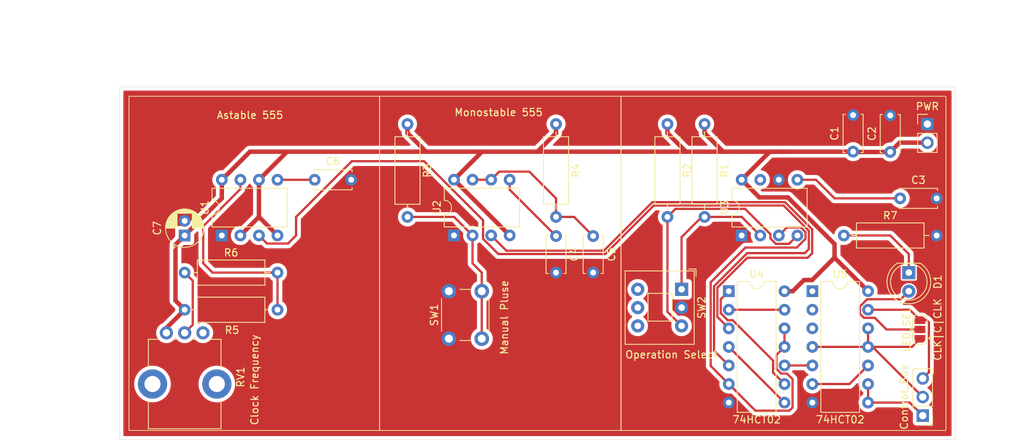
<source format=kicad_pcb>
(kicad_pcb (version 20240108) (generator "pcbnew") (generator_version "8.0")
  (layers (0 "F.Cu" signal) (31 "B.Cu" signal) (34 "B.Paste" user) (35 "F.Paste" user) (36 "B.SilkS" user "B.Silkscreen") (37 "F.SilkS" user "F.Silkscreen") (38 "B.Mask" user) (39 "F.Mask" user) (44 "Edge.Cuts" user))
  (net 0 "")
  (net 1 "GND")
  (net 2 "Net-(U2-CV)")
  (net 3 "VCC")
  (net 4 "Net-(U1-CV)")
  (net 5 "Net-(U1-DIS)")
  (net 6 "Net-(U3-CV)")
  (net 7 "Net-(D1-K)")
  (net 8 "/~{CLK}")
  (net 9 "Net-(U2-DIS)")
  (net 10 "Net-(SW2-A)")
  (net 11 "Net-(SW2-C)")
  (net 13 "Net-(U1-Q)")
  (net 14 "Net-(U2-Q)")
  (net 16 "Net-(U3-Q)")
  (net 17 "/CLK")
  (net 18 "/HLT")
  (net 19 "Net-(U4-Pad13)")
  (net 20 "Net-(U2-TR)")
  (net 21 "Net-(R6-Pad1)")
  (net 22 "Net-(U5-Pad10)")
  (net 23 "Net-(U4-Pad10)")
  (net 24 "Net-(U4-Pad1)")
  (net 25 "Net-(U4-Pad4)")
  (net 26 "LED_SEL")
  (footprint "LED_THT:LED_D5.0mm" (layer "F.Cu") (at 195.58 76.2 -90)
    (property "Reference" "D1" (at 1.27 -3.96 90) (layer "F.SilkS"))
    (property "Value" "LED")
    (pad "1" thru_hole rect (at 0 0 270) (size 1.8 1.8) (drill 0.9) (layers "*.Cu" "*.Mask") (net 7 "Net-(D1-K)"))
    (pad "2" thru_hole circle (at 2.54 0 270) (size 1.8 1.8) (drill 0.9) (layers "*.Cu" "*.Mask") (net 26 "LED_SEL"))
  )
  (footprint "Resistor_THT:R_Axial_DIN0309_L9.0mm_D3.2mm_P12.70mm_Horizontal" (layer "F.Cu") (at 96.52 76.2)
    (property "Reference" "R6" (at 6.35 -2.72 0) (layer "F.SilkS"))
    (property "Value" "1K")
    (pad "1" thru_hole circle (at 0 0) (size 1.6 1.6) (drill 0.8) (layers "*.Cu" "*.Mask") (net 21 "Net-(R6-Pad1)"))
    (pad "2" thru_hole oval (at 12.7 0) (size 1.6 1.6) (drill 0.8) (layers "*.Cu" "*.Mask") (net 5 "Net-(U1-DIS)"))
  )
  (footprint "Package_DIP:DIP-8_W7.62mm" (layer "F.Cu") (at 172.72 71.12 90)
    (property "Reference" "U3" (at 3.81 -2.33 90) (layer "F.SilkS"))
    (property "Value" "SA555P")
    (pad "1" thru_hole rect (at 0 0 90) (size 1.6 1.6) (drill 0.8) (layers "*.Cu" "*.Mask") (net 1 "GND"))
    (pad "2" thru_hole oval (at 0 2.54 90) (size 1.6 1.6) (drill 0.8) (layers "*.Cu" "*.Mask") (net 10 "Net-(SW2-A)"))
    (pad "3" thru_hole oval (at 0 5.08 90) (size 1.6 1.6) (drill 0.8) (layers "*.Cu" "*.Mask") (net 16 "Net-(U3-Q)"))
    (pad "4" thru_hole oval (at 0 7.62 90) (size 1.6 1.6) (drill 0.8) (layers "*.Cu" "*.Mask") (net 11 "Net-(SW2-C)"))
    (pad "5" thru_hole oval (at 7.62 7.62 90) (size 1.6 1.6) (drill 0.8) (layers "*.Cu" "*.Mask") (net 6 "Net-(U3-CV)"))
    (pad "6" thru_hole oval (at 7.62 5.08 90) (size 1.6 1.6) (drill 0.8) (layers "*.Cu" "*.Mask") (net 1 "GND"))
    (pad "7" thru_hole oval (at 7.62 2.54 90) (size 1.6 1.6) (drill 0.8) (layers "*.Cu" "*.Mask"))
    (pad "8" thru_hole oval (at 7.62 0 90) (size 1.6 1.6) (drill 0.8) (layers "*.Cu" "*.Mask") (net 3 "VCC"))
  )
  (footprint "Capacitor_THT:C_Disc_D5.0mm_W2.5mm_P5.00mm" (layer "F.Cu") (at 147.32 71.2 -90)
    (property "Reference" "C4" (at 2.5 -2.5 90) (layer "F.SilkS"))
    (property "Value" "0.01uF")
    (pad "1" thru_hole circle (at 0 0 270) (size 1.6 1.6) (drill 0.8) (layers "*.Cu" "*.Mask") (net 2 "Net-(U2-CV)"))
    (pad "2" thru_hole circle (at 5 0 270) (size 1.6 1.6) (drill 0.8) (layers "*.Cu" "*.Mask") (net 1 "GND"))
  )
  (footprint "Connector_PinHeader_2.54mm:PinHeader_1x02_P2.54mm_Vertical" (layer "F.Cu") (at 198.12 55.88)
    (property "Reference" "PWR" (at 0 -2.413 0) (layer "F.SilkS"))
    (property "Value" "PinHeader_1x02_P2.54mm_Vertical")
    (pad "1" thru_hole rect (at 0 0) (size 1.7 1.7) (drill 1) (layers "*.Cu" "*.Mask") (net 1 "GND"))
    (pad "2" thru_hole oval (at 0 2.54) (size 1.7 1.7) (drill 1) (layers "*.Cu" "*.Mask") (net 3 "VCC"))
  )
  (footprint "Package_DIP:DIP-8_W7.62mm" (layer "F.Cu") (at 133.36 71.11 90)
    (property "Reference" "U2" (at 3.81 -2.33 90) (layer "F.SilkS"))
    (property "Value" "SA555P")
    (pad "1" thru_hole rect (at 0 0 90) (size 1.6 1.6) (drill 0.8) (layers "*.Cu" "*.Mask") (net 1 "GND"))
    (pad "2" thru_hole oval (at 0 2.54 90) (size 1.6 1.6) (drill 0.8) (layers "*.Cu" "*.Mask") (net 20 "Net-(U2-TR)"))
    (pad "3" thru_hole oval (at 0 5.08 90) (size 1.6 1.6) (drill 0.8) (layers "*.Cu" "*.Mask") (net 14 "Net-(U2-Q)"))
    (pad "4" thru_hole oval (at 0 7.62 90) (size 1.6 1.6) (drill 0.8) (layers "*.Cu" "*.Mask") (net 3 "VCC"))
    (pad "5" thru_hole oval (at 7.62 7.62 90) (size 1.6 1.6) (drill 0.8) (layers "*.Cu" "*.Mask") (net 2 "Net-(U2-CV)"))
    (pad "6" thru_hole oval (at 7.62 5.08 90) (size 1.6 1.6) (drill 0.8) (layers "*.Cu" "*.Mask") (net 9 "Net-(U2-DIS)"))
    (pad "7" thru_hole oval (at 7.62 2.54 90) (size 1.6 1.6) (drill 0.8) (layers "*.Cu" "*.Mask") (net 9 "Net-(U2-DIS)"))
    (pad "8" thru_hole oval (at 7.62 0 90) (size 1.6 1.6) (drill 0.8) (layers "*.Cu" "*.Mask") (net 3 "VCC"))
  )
  (footprint "Resistor_THT:R_Axial_DIN0309_L9.0mm_D3.2mm_P12.70mm_Horizontal" (layer "F.Cu") (at 186.69 71.12)
    (property "Reference" "R7" (at 6.35 -2.72 0) (layer "F.SilkS"))
    (property "Value" "1K")
    (pad "1" thru_hole circle (at 0 0) (size 1.6 1.6) (drill 0.8) (layers "*.Cu" "*.Mask") (net 7 "Net-(D1-K)"))
    (pad "2" thru_hole oval (at 12.7 0) (size 1.6 1.6) (drill 0.8) (layers "*.Cu" "*.Mask") (net 1 "GND"))
  )
  (footprint "Resistor_THT:R_Axial_DIN0309_L9.0mm_D3.2mm_P12.70mm_Horizontal" (layer "F.Cu") (at 162.56 55.88 -90)
    (property "Reference" "R2" (at 6.35 -2.72 90) (layer "F.SilkS"))
    (property "Value" "1K")
    (pad "1" thru_hole circle (at 0 0 270) (size 1.6 1.6) (drill 0.8) (layers "*.Cu" "*.Mask") (net 3 "VCC"))
    (pad "2" thru_hole oval (at 12.7 0 270) (size 1.6 1.6) (drill 0.8) (layers "*.Cu" "*.Mask") (net 11 "Net-(SW2-C)"))
  )
  (footprint "Package_DIP:DIP-14_W7.62mm" (layer "F.Cu") (at 182.385 78.74)
    (property "Reference" "U5" (at 3.81 -2.33 0) (layer "F.SilkS"))
    (property "Value" "74HCT02" (at 3.81 17.57 0) (layer "F.SilkS"))
    (pad "1" thru_hole rect (at 0 0) (size 1.6 1.6) (drill 0.8) (layers "*.Cu" "*.Mask"))
    (pad "2" thru_hole oval (at 0 2.54) (size 1.6 1.6) (drill 0.8) (layers "*.Cu" "*.Mask"))
    (pad "3" thru_hole oval (at 0 5.08) (size 1.6 1.6) (drill 0.8) (layers "*.Cu" "*.Mask"))
    (pad "4" thru_hole oval (at 0 7.62) (size 1.6 1.6) (drill 0.8) (layers "*.Cu" "*.Mask") (net 8 "/~{CLK}"))
    (pad "5" thru_hole oval (at 0 10.16) (size 1.6 1.6) (drill 0.8) (layers "*.Cu" "*.Mask") (net 23 "Net-(U4-Pad10)"))
    (pad "6" thru_hole oval (at 0 12.7) (size 1.6 1.6) (drill 0.8) (layers "*.Cu" "*.Mask") (net 22 "Net-(U5-Pad10)"))
    (pad "7" thru_hole oval (at 0 15.24) (size 1.6 1.6) (drill 0.8) (layers "*.Cu" "*.Mask") (net 1 "GND"))
    (pad "8" thru_hole oval (at 7.62 15.24) (size 1.6 1.6) (drill 0.8) (layers "*.Cu" "*.Mask") (net 18 "/HLT"))
    (pad "9" thru_hole oval (at 7.62 12.7) (size 1.6 1.6) (drill 0.8) (layers "*.Cu" "*.Mask") (net 18 "/HLT"))
    (pad "10" thru_hole oval (at 7.62 10.16) (size 1.6 1.6) (drill 0.8) (layers "*.Cu" "*.Mask") (net 22 "Net-(U5-Pad10)"))
    (pad "11" thru_hole oval (at 7.62 7.62) (size 1.6 1.6) (drill 0.8) (layers "*.Cu" "*.Mask") (net 8 "/~{CLK}"))
    (pad "12" thru_hole oval (at 7.62 5.08) (size 1.6 1.6) (drill 0.8) (layers "*.Cu" "*.Mask") (net 8 "/~{CLK}"))
    (pad "13" thru_hole oval (at 7.62 2.54) (size 1.6 1.6) (drill 0.8) (layers "*.Cu" "*.Mask") (net 17 "/CLK"))
    (pad "14" thru_hole oval (at 7.62 0) (size 1.6 1.6) (drill 0.8) (layers "*.Cu" "*.Mask") (net 3 "VCC"))
  )
  (footprint "Capacitor_THT:C_Disc_D5.0mm_W2.5mm_P5.00mm" (layer "F.Cu") (at 193.04 59.695 90)
    (property "Reference" "C2" (at 2.5 -2.5 90) (layer "F.SilkS"))
    (property "Value" "0.1uF")
    (pad "1" thru_hole circle (at 0 0 90) (size 1.6 1.6) (drill 0.8) (layers "*.Cu" "*.Mask") (net 3 "VCC"))
    (pad "2" thru_hole circle (at 5 0 90) (size 1.6 1.6) (drill 0.8) (layers "*.Cu" "*.Mask") (net 1 "GND"))
  )
  (footprint "Capacitor_THT:C_Disc_D5.0mm_W2.5mm_P5.00mm" (layer "F.Cu") (at 187.96 54.655 -90)
    (property "Reference" "C1" (at 2.5 2.54 90) (layer "F.SilkS"))
    (property "Value" "0.1uF")
    (pad "1" thru_hole circle (at 0 0 270) (size 1.6 1.6) (drill 0.8) (layers "*.Cu" "*.Mask") (net 1 "GND"))
    (pad "2" thru_hole circle (at 5 0 270) (size 1.6 1.6) (drill 0.8) (layers "*.Cu" "*.Mask") (net 3 "VCC"))
  )
  (footprint "Button_Switch_THT:SW_PUSH_6mm_H4.3mm" (layer "F.Cu") (at 132.66 85.24 90)
    (property "Reference" "SW1" (at 3.25 -2 90) (layer "F.SilkS"))
    (property "Value" "SW_Push")
    (pad "1" thru_hole circle (at 0 0 180) (size 2 2) (drill 1.1) (layers "*.Cu" "*.Mask") (net 1 "GND"))
    (pad "1" thru_hole circle (at 6.5 0 180) (size 2 2) (drill 1.1) (layers "*.Cu" "*.Mask") (net 1 "GND"))
    (pad "2" thru_hole circle (at 0 4.5 180) (size 2 2) (drill 1.1) (layers "*.Cu" "*.Mask") (net 20 "Net-(U2-TR)"))
    (pad "2" thru_hole circle (at 6.5 4.5 180) (size 2 2) (drill 1.1) (layers "*.Cu" "*.Mask") (net 20 "Net-(U2-TR)"))
  )
  (footprint "Resistor_THT:R_Axial_DIN0309_L9.0mm_D3.2mm_P12.70mm_Horizontal" (layer "F.Cu") (at 147.32 55.88 -90)
    (property "Reference" "R4" (at 6.35 -2.72 90) (layer "F.SilkS"))
    (property "Value" "1K")
    (pad "1" thru_hole circle (at 0 0 270) (size 1.6 1.6) (drill 0.8) (layers "*.Cu" "*.Mask") (net 3 "VCC"))
    (pad "2" thru_hole oval (at 12.7 0 270) (size 1.6 1.6) (drill 0.8) (layers "*.Cu" "*.Mask") (net 9 "Net-(U2-DIS)"))
  )
  (footprint "Potentiometer_THT:Potentiometer_Bourns_PTV09A-1_Single_Vertical" (layer "F.Cu") (at 94.02 84.44 -90)
    (property "Reference" "RV1" (at 6.05 -10.15 90) (layer "F.SilkS"))
    (property "Value" "R_Potentiometer")
    (pad "" np_thru_hole circle (at 7 -6.9 270) (size 4 4) (drill 2.2) (layers "*.Cu" "*.Mask"))
    (pad "" np_thru_hole circle (at 7 1.9 270) (size 4 4) (drill 2.2) (layers "*.Cu" "*.Mask"))
    (pad "1" thru_hole circle (at 0 0 270) (size 1.8 1.8) (drill 1) (layers "*.Cu" "*.Mask") (net 3 "VCC"))
    (pad "2" thru_hole circle (at 0 -2.5 270) (size 1.8 1.8) (drill 1) (layers "*.Cu" "*.Mask") (net 21 "Net-(R6-Pad1)"))
    (pad "3" thru_hole circle (at 0 -5 270) (size 1.8 1.8) (drill 1) (layers "*.Cu" "*.Mask"))
  )
  (footprint "Jumper:SolderJumper-3_P1.3mm_Open_RoundedPad1.0x1.5mm" (layer "F.Cu") (at 197.104 83.977 90)
    (property "Reference" "LED_SEL" (at 0 -1.8 90) (layer "F.SilkS"))
    (property "Value" "~{CLK}|C|CLK" (at 0 2.413 90) (layer "F.SilkS"))
    (pad "1" smd custom (at -1.3 0 90) (size 1 0.5) (layers "F.Cu" "F.Mask") (net 8 "/~{CLK}") (options (clearance outline) (anchor rect)) (primitives (gr_circle (center 0 0.25) (end 0.5 0.25) (width 0) (fill yes)) (gr_circle (center 0 -0.25) (end 0.5 -0.25) (width 0) (fill yes)) (gr_poly (pts (xy 0.55 0.75) (xy 0 0.75) (xy 0 -0.75) (xy 0.55 -0.75)) (width 0) (fill yes))))
    (pad "2" smd rect (at 0 0 90) (size 1 1.5) (layers "F.Cu" "F.Mask") (net 26 "LED_SEL"))
    (pad "3" smd custom (at 1.3 0 90) (size 1 0.5) (layers "F.Cu" "F.Mask") (net 17 "/CLK") (options (clearance outline) (anchor rect)) (primitives (gr_circle (center 0 0.25) (end 0.5 0.25) (width 0) (fill yes)) (gr_circle (center 0 -0.25) (end 0.5 -0.25) (width 0) (fill yes)) (gr_poly (pts (xy 0 0.75) (xy -0.55 0.75) (xy -0.55 -0.75) (xy 0 -0.75)) (width 0) (fill yes))))
  )
  (footprint "Connector_PinHeader_2.54mm:PinHeader_1x03_P2.54mm_Vertical" (layer "F.Cu") (at 197.485 95.758 180)
    (property "Reference" "Control_Bus" (at 2.54 2.54 90) (layer "F.SilkS"))
    (property "Value" "PinHeader_1x03_P2.54mm_Vertical")
    (pad "1" thru_hole rect (at 0 0 180) (size 1.7 1.7) (drill 1) (layers "*.Cu" "*.Mask") (net 18 "/HLT"))
    (pad "2" thru_hole oval (at 0 2.54 180) (size 1.7 1.7) (drill 1) (layers "*.Cu" "*.Mask") (net 8 "/~{CLK}"))
    (pad "3" thru_hole oval (at 0 5.08 180) (size 1.7 1.7) (drill 1) (layers "*.Cu" "*.Mask") (net 17 "/CLK"))
  )
  (footprint "Package_DIP:DIP-14_W7.62mm" (layer "F.Cu") (at 170.955 78.74)
    (property "Reference" "U4" (at 3.81 -2.33 0) (layer "F.SilkS"))
    (property "Value" "74HCT02" (at 3.81 17.57 0) (layer "F.SilkS"))
    (pad "1" thru_hole rect (at 0 0) (size 1.6 1.6) (drill 0.8) (layers "*.Cu" "*.Mask") (net 24 "Net-(U4-Pad1)"))
    (pad "2" thru_hole oval (at 0 2.54) (size 1.6 1.6) (drill 0.8) (layers "*.Cu" "*.Mask") (net 19 "Net-(U4-Pad13)"))
    (pad "3" thru_hole oval (at 0 5.08) (size 1.6 1.6) (drill 0.8) (layers "*.Cu" "*.Mask") (net 14 "Net-(U2-Q)"))
    (pad "4" thru_hole oval (at 0 7.62) (size 1.6 1.6) (drill 0.8) (layers "*.Cu" "*.Mask") (net 25 "Net-(U4-Pad4)"))
    (pad "5" thru_hole oval (at 0 10.16) (size 1.6 1.6) (drill 0.8) (layers "*.Cu" "*.Mask") (net 13 "Net-(U1-Q)"))
    (pad "6" thru_hole oval (at 0 12.7) (size 1.6 1.6) (drill 0.8) (layers "*.Cu" "*.Mask") (net 16 "Net-(U3-Q)"))
    (pad "7" thru_hole oval (at 0 15.24) (size 1.6 1.6) (drill 0.8) (layers "*.Cu" "*.Mask") (net 1 "GND"))
    (pad "8" thru_hole oval (at 7.62 15.24) (size 1.6 1.6) (drill 0.8) (layers "*.Cu" "*.Mask") (net 25 "Net-(U4-Pad4)"))
    (pad "9" thru_hole oval (at 7.62 12.7) (size 1.6 1.6) (drill 0.8) (layers "*.Cu" "*.Mask") (net 24 "Net-(U4-Pad1)"))
    (pad "10" thru_hole oval (at 7.62 10.16) (size 1.6 1.6) (drill 0.8) (layers "*.Cu" "*.Mask") (net 23 "Net-(U4-Pad10)"))
    (pad "11" thru_hole oval (at 7.62 7.62) (size 1.6 1.6) (drill 0.8) (layers "*.Cu" "*.Mask") (net 16 "Net-(U3-Q)"))
    (pad "12" thru_hole oval (at 7.62 5.08) (size 1.6 1.6) (drill 0.8) (layers "*.Cu" "*.Mask") (net 16 "Net-(U3-Q)"))
    (pad "13" thru_hole oval (at 7.62 2.54) (size 1.6 1.6) (drill 0.8) (layers "*.Cu" "*.Mask") (net 19 "Net-(U4-Pad13)"))
    (pad "14" thru_hole oval (at 7.62 0) (size 1.6 1.6) (drill 0.8) (layers "*.Cu" "*.Mask") (net 3 "VCC"))
  )
  (footprint "Capacitor_THT:C_Disc_D5.0mm_W2.5mm_P5.00mm" (layer "F.Cu") (at 194.39 66.04)
    (property "Reference" "C3" (at 2.5 -2.5 0) (layer "F.SilkS"))
    (property "Value" "0.01uF")
    (pad "1" thru_hole circle (at 0 0) (size 1.6 1.6) (drill 0.8) (layers "*.Cu" "*.Mask") (net 6 "Net-(U3-CV)"))
    (pad "2" thru_hole circle (at 5 0) (size 1.6 1.6) (drill 0.8) (layers "*.Cu" "*.Mask") (net 1 "GND"))
  )
  (footprint "Capacitor_THT:C_Disc_D5.0mm_W2.5mm_P5.00mm" (layer "F.Cu") (at 114.3 63.5)
    (property "Reference" "C6" (at 2.5 -2.5 0) (layer "F.SilkS"))
    (property "Value" "0.01uF")
    (pad "1" thru_hole circle (at 0 0) (size 1.6 1.6) (drill 0.8) (layers "*.Cu" "*.Mask") (net 4 "Net-(U1-CV)"))
    (pad "2" thru_hole circle (at 5 0) (size 1.6 1.6) (drill 0.8) (layers "*.Cu" "*.Mask") (net 1 "GND"))
  )
  (footprint "Resistor_THT:R_Axial_DIN0309_L9.0mm_D3.2mm_P12.70mm_Horizontal" (layer "F.Cu") (at 96.52 81.28)
    (property "Reference" "R5" (at 6.477 2.794 0) (layer "F.SilkS"))
    (property "Value" "1K")
    (pad "1" thru_hole circle (at 0 0) (size 1.6 1.6) (drill 0.8) (layers "*.Cu" "*.Mask") (net 3 "VCC"))
    (pad "2" thru_hole oval (at 12.7 0) (size 1.6 1.6) (drill 0.8) (layers "*.Cu" "*.Mask") (net 5 "Net-(U1-DIS)"))
  )
  (footprint "Resistor_THT:R_Axial_DIN0309_L9.0mm_D3.2mm_P12.70mm_Horizontal" (layer "F.Cu") (at 127 55.88 -90)
    (property "Reference" "R3" (at 6.35 -2.72 90) (layer "F.SilkS"))
    (property "Value" "1K")
    (pad "1" thru_hole circle (at 0 0 270) (size 1.6 1.6) (drill 0.8) (layers "*.Cu" "*.Mask") (net 3 "VCC"))
    (pad "2" thru_hole oval (at 12.7 0 270) (size 1.6 1.6) (drill 0.8) (layers "*.Cu" "*.Mask") (net 20 "Net-(U2-TR)"))
  )
  (footprint "Capacitor_THT:CP_Radial_D5.0mm_P2.00mm" (layer "F.Cu") (at 96.52 71.12 90)
    (property "Reference" "C7" (at 1 -3.75 90) (layer "F.SilkS"))
    (property "Value" "1uF")
    (pad "1" thru_hole rect (at 0 0 90) (size 1.6 1.6) (drill 0.8) (layers "*.Cu" "*.Mask") (net 3 "VCC"))
    (pad "2" thru_hole circle (at 2 0 90) (size 1.6 1.6) (drill 0.8) (layers "*.Cu" "*.Mask") (net 1 "GND"))
  )
  (footprint "Capacitor_THT:C_Disc_D5.0mm_W2.5mm_P5.00mm" (layer "F.Cu") (at 152.4 71.2 -90)
    (property "Reference" "C5" (at 2.5 -2.5 90) (layer "F.SilkS"))
    (property "Value" "0.01uF")
    (pad "1" thru_hole circle (at 0 0 270) (size 1.6 1.6) (drill 0.8) (layers "*.Cu" "*.Mask") (net 9 "Net-(U2-DIS)"))
    (pad "2" thru_hole circle (at 5 0 270) (size 1.6 1.6) (drill 0.8) (layers "*.Cu" "*.Mask") (net 1 "GND"))
  )
  (footprint "Package_DIP:DIP-8_W7.62mm" (layer "F.Cu") (at 101.6 71.12 90)
    (property "Reference" "U1" (at 3.81 -2.33 90) (layer "F.SilkS"))
    (property "Value" "SA555P")
    (pad "1" thru_hole rect (at 0 0 90) (size 1.6 1.6) (drill 0.8) (layers "*.Cu" "*.Mask") (net 1 "GND"))
    (pad "2" thru_hole oval (at 0 2.54 90) (size 1.6 1.6) (drill 0.8) (layers "*.Cu" "*.Mask") (net 3 "VCC"))
    (pad "3" thru_hole oval (at 0 5.08 90) (size 1.6 1.6) (drill 0.8) (layers "*.Cu" "*.Mask") (net 13 "Net-(U1-Q)"))
    (pad "4" thru_hole oval (at 0 7.62 90) (size 1.6 1.6) (drill 0.8) (layers "*.Cu" "*.Mask") (net 3 "VCC"))
    (pad "5" thru_hole oval (at 7.62 7.62 90) (size 1.6 1.6) (drill 0.8) (layers "*.Cu" "*.Mask") (net 4 "Net-(U1-CV)"))
    (pad "6" thru_hole oval (at 7.62 5.08 90) (size 1.6 1.6) (drill 0.8) (layers "*.Cu" "*.Mask") (net 3 "VCC"))
    (pad "7" thru_hole oval (at 7.62 2.54 90) (size 1.6 1.6) (drill 0.8) (layers "*.Cu" "*.Mask") (net 5 "Net-(U1-DIS)"))
    (pad "8" thru_hole oval (at 7.62 0 90) (size 1.6 1.6) (drill 0.8) (layers "*.Cu" "*.Mask") (net 3 "VCC"))
  )
  (footprint "Button_Switch_THT:SW_Push_2P2T_Toggle_CK_PVA2OAH5xxxxxxV2" (layer "F.Cu") (at 164.496 78.486 -90)
    (property "Reference" "SW2" (at 2.5 -2.75 90) (layer "F.SilkS"))
    (property "Value" "SW_SPDT")
    (pad "1" thru_hole rect (at 0 0 270) (size 1.8 1.8) (drill 0.9) (layers "*.Cu" "*.Mask") (net 10 "Net-(SW2-A)"))
    (pad "2" thru_hole circle (at 2.5 0 270) (size 1.8 1.8) (drill 0.9) (layers "*.Cu" "*.Mask") (net 1 "GND"))
    (pad "3" thru_hole circle (at 5 0 270) (size 1.8 1.8) (drill 0.9) (layers "*.Cu" "*.Mask") (net 11 "Net-(SW2-C)"))
    (pad "4" thru_hole circle (at 0 6 270) (size 1.8 1.8) (drill 0.9) (layers "*.Cu" "*.Mask"))
    (pad "5" thru_hole circle (at 2.5 6 270) (size 1.8 1.8) (drill 0.9) (layers "*.Cu" "*.Mask"))
    (pad "6" thru_hole circle (at 5 6 270) (size 1.8 1.8) (drill 0.9) (layers "*.Cu" "*.Mask"))
  )
  (footprint "Resistor_THT:R_Axial_DIN0309_L9.0mm_D3.2mm_P12.70mm_Horizontal" (layer "F.Cu") (at 167.64 55.88 -90)
    (property "Reference" "R1" (at 6.35 -2.72 90) (layer "F.SilkS"))
    (property "Value" "1K")
    (pad "1" thru_hole circle (at 0 0 270) (size 1.6 1.6) (drill 0.8) (layers "*.Cu" "*.Mask") (net 3 "VCC"))
    (pad "2" thru_hole oval (at 12.7 0 270) (size 1.6 1.6) (drill 0.8) (layers "*.Cu" "*.Mask") (net 10 "Net-(SW2-A)"))
  )
  (gr_rect (start 123.19 52.07) (end 156.21 97.79) (stroke (width 0.1)) (fill none) (layer "F.SilkS"))
  (gr_rect (start 156.21 52.07) (end 200.66 97.79) (stroke (width 0.1)) (fill none) (layer "F.SilkS"))
  (gr_rect (start 88.9 52.07) (end 123.19 97.79) (stroke (width 0.1)) (fill none) (layer "F.SilkS"))
  (gr_rect (start 87.63 50.8) (end 201.93 99.06) (stroke (width 0.05)) (fill none) (layer "Edge.Cuts"))
  (gr_text "Clock Frequency" (at 106.68 97.155 90) (layer "F.SilkS") (effects (font (size 1 1)) (justify left bottom)))
  (gr_text "Astable 555" (at 100.838 55.245 0) (layer "F.SilkS") (effects (font (size 1 1)) (justify left bottom)))
  (gr_text "Monostable 555" (at 133.35 54.864 0) (layer "F.SilkS") (effects (font (size 1 1)) (justify left bottom)))
  (gr_text "Operation Select" (at 156.718 88.011 0) (layer "F.SilkS") (effects (font (size 1 1)) (justify left bottom)))
  (gr_text "Manual Pluse" (at 140.843 87.503 90) (layer "F.SilkS") (effects (font (size 1 1)) (justify left bottom)))
  (segment (start 140.98 63.49) (end 140.98 64.86) (width 0.3048) (layer "F.Cu") (net 2))
  (segment (start 140.98 64.86) (end 147.32 71.2) (width 0.3048) (layer "F.Cu") (net 2))
  (segment (start 198.12 58.42) (end 194.315 58.42) (width 0.6096) (layer "F.Cu") (net 3))
  (segment (start 109.22 71.12) (end 106.68 68.58) (width 0.6096) (layer "F.Cu") (net 3))
  (segment (start 167.64 55.88) (end 167.64 57.115) (width 0.6096) (layer "F.Cu") (net 3))
  (segment (start 167.64 57.115) (end 170.18 59.655) (width 0.6096) (layer "F.Cu") (net 3))
  (segment (start 182.359 77.216) (end 185.42 74.155) (width 0.6096) (layer "F.Cu") (net 3))
  (segment (start 137.195 59.655) (end 133.36 63.49) (width 0.6096) (layer "F.Cu") (net 3))
  (segment (start 110.535 59.655) (end 105.455 59.655) (width 0.6096) (layer "F.Cu") (net 3))
  (segment (start 181.23037 77.216) (end 182.359 77.216) (width 0.6096) (layer "F.Cu") (net 3))
  (segment (start 187.96 59.655) (end 179.105 59.655) (width 0.6096) (layer "F.Cu") (net 3))
  (segment (start 129.54 59.655) (end 110.535 59.655) (width 0.6096) (layer "F.Cu") (net 3))
  (segment (start 185.42 74.155) (end 185.42 72.289895) (width 0.6096) (layer "F.Cu") (net 3))
  (segment (start 94.02 83.78) (end 96.52 81.28) (width 0.6096) (layer "F.Cu") (net 3))
  (segment (start 140.98 71.11) (end 133.36 63.49) (width 0.6096) (layer "F.Cu") (net 3))
  (segment (start 144.78 59.655) (end 137.195 59.655) (width 0.6096) (layer "F.Cu") (net 3))
  (segment (start 94.02 84.44) (end 94.02 83.78) (width 0.6096) (layer "F.Cu") (net 3))
  (segment (start 172.72 63.5) (end 176.565 59.655) (width 0.6096) (layer "F.Cu") (net 3))
  (segment (start 137.195 59.655) (end 129.54 59.655) (width 0.6096) (layer "F.Cu") (net 3))
  (segment (start 106.68 68.58) (end 106.68 63.5) (width 0.6096) (layer "F.Cu") (net 3))
  (segment (start 165.1 59.655) (end 144.78 59.655) (width 0.6096) (layer "F.Cu") (net 3))
  (segment (start 127 57.115) (end 129.54 59.655) (width 0.6096) (layer "F.Cu") (net 3))
  (segment (start 95.2628 72.3772) (end 96.52 71.12) (width 0.6096) (layer "F.Cu") (net 3))
  (segment (start 190.005 78.74) (end 185.42 74.155) (width 0.6096) (layer "F.Cu") (net 3))
  (segment (start 104.14 71.12) (end 106.68 68.58) (width 0.6096) (layer "F.Cu") (net 3))
  (segment (start 175.133 65.913) (end 172.72 63.5) (width 0.6096) (layer "F.Cu") (net 3))
  (segment (start 95.2628 80.0228) (end 95.2628 72.3772) (width 0.6096) (layer "F.Cu") (net 3))
  (segment (start 96.52 71.12) (end 101.6 66.04) (width 0.6096) (layer "F.Cu") (net 3))
  (segment (start 178.575 78.74) (end 179.70637 78.74) (width 0.6096) (layer "F.Cu") (net 3))
  (segment (start 194.315 58.42) (end 193.04 59.695) (width 0.6096) (layer "F.Cu") (net 3))
  (segment (start 110.535 59.655) (end 106.69 63.5) (width 0.6096) (layer "F.Cu") (net 3))
  (segment (start 172.72 59.655) (end 170.18 59.655) (width 0.6096) (layer "F.Cu") (net 3))
  (segment (start 176.565 59.655) (end 179.105 59.655) (width 0.6096) (layer "F.Cu") (net 3))
  (segment (start 193.04 59.695) (end 188 59.695) (width 0.6096) (layer "F.Cu") (net 3))
  (segment (start 147.32 57.115) (end 144.78 59.655) (width 0.6096) (layer "F.Cu") (net 3))
  (segment (start 179.043105 65.913) (end 175.133 65.913) (width 0.6096) (layer "F.Cu") (net 3))
  (segment (start 185.42 72.289895) (end 179.043105 65.913) (width 0.6096) (layer "F.Cu") (net 3))
  (segment (start 188 59.695) (end 187.96 59.655) (width 0.6096) (layer "F.Cu") (net 3))
  (segment (start 105.455 59.655) (end 101.61 63.5) (width 0.6096) (layer "F.Cu") (net 3))
  (segment (start 162.56 55.88) (end 162.56 57.115) (width 0.6096) (layer "F.Cu") (net 3))
  (segment (start 127 55.88) (end 127 57.115) (width 0.6096) (layer "F.Cu") (net 3))
  (segment (start 96.52 81.28) (end 95.2628 80.0228) (width 0.6096) (layer "F.Cu") (net 3))
  (segment (start 147.32 55.88) (end 147.32 57.115) (width 0.6096) (layer "F.Cu") (net 3))
  (segment (start 162.56 57.115) (end 165.1 59.655) (width 0.6096) (layer "F.Cu") (net 3))
  (segment (start 167.64 59.655) (end 165.1 59.655) (width 0.6096) (layer "F.Cu") (net 3))
  (segment (start 170.18 59.655) (end 167.64 59.655) (width 0.6096) (layer "F.Cu") (net 3))
  (segment (start 179.70637 78.74) (end 181.23037 77.216) (width 0.6096) (layer "F.Cu") (net 3))
  (segment (start 101.6 66.04) (end 101.6 63.5) (width 0.6096) (layer "F.Cu") (net 3))
  (segment (start 179.105 59.655) (end 172.72 59.655) (width 0.6096) (layer "F.Cu") (net 3))
  (segment (start 109.22 63.5) (end 114.3 63.5) (width 0.3048) (layer "F.Cu") (net 4))
  (segment (start 100.33 76.2) (end 99.06 74.93) (width 0.3048) (layer "F.Cu") (net 5))
  (segment (start 109.22 81.28) (end 109.22 76.2) (width 0.3048) (layer "F.Cu") (net 5))
  (segment (start 104.14 64.77) (end 104.14 63.5) (width 0.3048) (layer "F.Cu") (net 5))
  (segment (start 99.06 74.93) (end 99.06 69.85) (width 0.3048) (layer "F.Cu") (net 5))
  (segment (start 99.06 69.85) (end 104.14 64.77) (width 0.3048) (layer "F.Cu") (net 5))
  (segment (start 109.22 76.2) (end 100.33 76.2) (width 0.3048) (layer "F.Cu") (net 5))
  (segment (start 180.34 63.5) (end 182.88 63.5) (width 0.3048) (layer "F.Cu") (net 6))
  (segment (start 185.42 66.04) (end 194.39 66.04) (width 0.3048) (layer "F.Cu") (net 6))
  (segment (start 182.88 63.5) (end 185.42 66.04) (width 0.3048) (layer "F.Cu") (net 6))
  (segment (start 193.04 71.12) (end 195.58 73.66) (width 0.3048) (layer "F.Cu") (net 7))
  (segment (start 186.69 71.12) (end 193.04 71.12) (width 0.3048) (layer "F.Cu") (net 7))
  (segment (start 195.58 73.66) (end 195.58 76.2) (width 0.3048) (layer "F.Cu") (net 7))
  (segment (start 182.385 86.36) (end 190.005 86.36) (width 0.3048) (layer "F.Cu") (net 8))
  (segment (start 190.005 83.82) (end 190.005 86.36) (width 0.3048) (layer "F.Cu") (net 8))
  (segment (start 196.021 86.36) (end 197.104 85.277) (width 0.3048) (layer "F.Cu") (net 8))
  (segment (start 190.627 86.36) (end 190.005 86.36) (width 0.3048) (layer "F.Cu") (net 8))
  (segment (start 190.005 86.36) (end 196.021 86.36) (width 0.3048) (layer "F.Cu") (net 8))
  (segment (start 197.485 93.218) (end 190.627 86.36) (width 0.3048) (layer "F.Cu") (net 8))
  (segment (start 147.32 66.04) (end 147.32 68.58) (width 0.3048) (layer "F.Cu") (net 9))
  (segment (start 149.78 68.58) (end 152.4 71.2) (width 0.3048) (layer "F.Cu") (net 9))
  (segment (start 135.9 63.49) (end 138.44 63.49) (width 0.3048) (layer "F.Cu") (net 9))
  (segment (start 147.32 68.58) (end 149.78 68.58) (width 0.3048) (layer "F.Cu") (net 9))
  (segment (start 139.5448 62.3852) (end 143.6652 62.3852) (width 0.3048) (layer "F.Cu") (net 9))
  (segment (start 143.6652 62.3852) (end 147.32 66.04) (width 0.3048) (layer "F.Cu") (net 9))
  (segment (start 138.44 63.49) (end 139.5448 62.3852) (width 0.3048) (layer "F.Cu") (net 9))
  (segment (start 164.496 78.486) (end 164.496 71.343) (width 0.3048) (layer "F.Cu") (net 10))
  (segment (start 172.72 68.58) (end 175.26 71.12) (width 0.3048) (layer "F.Cu") (net 10))
  (segment (start 164.496 71.343) (end 167.259 68.58) (width 0.3048) (layer "F.Cu") (net 10))
  (segment (start 167.259 68.58) (end 167.64 68.58) (width 0.3048) (layer "F.Cu") (net 10))
  (segment (start 167.64 68.58) (end 172.72 68.58) (width 0.3048) (layer "F.Cu") (net 10))
  (segment (start 177.380576 72.263) (end 179.197 72.263) (width 0.3048) (layer "F.Cu") (net 11))
  (segment (start 162.56 68.58) (end 163.6648 67.4752) (width 0.3048) (layer "F.Cu") (net 11))
  (segment (start 176.657 71.539424) (end 177.380576 72.263) (width 0.3048) (layer "F.Cu") (net 11))
  (segment (start 179.197 72.263) (end 180.34 71.12) (width 0.3048) (layer "F.Cu") (net 11))
  (segment (start 162.56 81.55) (end 162.56 68.58) (width 0.3048) (layer "F.Cu") (net 11))
  (segment (start 163.6648 67.4752) (end 173.177624 67.4752) (width 0.3048) (layer "F.Cu") (net 11))
  (segment (start 164.496 83.486) (end 162.56 81.55) (width 0.3048) (layer "F.Cu") (net 11))
  (segment (start 173.177624 67.4752) (end 176.657 70.954576) (width 0.3048) (layer "F.Cu") (net 11))
  (segment (start 176.657 70.954576) (end 176.657 71.539424) (width 0.3048) (layer "F.Cu") (net 11))
  (segment (start 178.447002 67.018) (end 160.693 67.018) (width 0.3048) (layer "F.Cu") (net 13))
  (segment (start 137.3352 69.027624) (end 129.267576 60.96) (width 0.3048) (layer "F.Cu") (net 13))
  (segment (start 168.935801 78.067621) (end 173.470422 73.533) (width 0.3048) (layer "F.Cu") (net 13))
  (segment (start 181.902 72.987) (end 181.902 70.472998) (width 0.3048) (layer "F.Cu") (net 13))
  (segment (start 119.38 60.96) (end 111.76 68.58) (width 0.3048) (layer "F.Cu") (net 13))
  (segment (start 168.935801 86.880801) (end 168.935801 78.067621) (width 0.3048) (layer "F.Cu") (net 13))
  (segment (start 137.3352 71.567624) (end 137.3352 69.027624) (width 0.3048) (layer "F.Cu") (net 13))
  (segment (start 107.7848 72.2248) (end 106.68 71.12) (width 0.3048) (layer "F.Cu") (net 13))
  (segment (start 139.427576 73.66) (end 137.3352 71.567624) (width 0.3048) (layer "F.Cu") (net 13))
  (segment (start 111.76 68.58) (end 111.76 71.12) (width 0.3048) (layer "F.Cu") (net 13))
  (segment (start 129.267576 60.96) (end 119.38 60.96) (width 0.3048) (layer "F.Cu") (net 13))
  (segment (start 181.356 73.533) (end 181.902 72.987) (width 0.3048) (layer "F.Cu") (net 13))
  (segment (start 160.693 67.018) (end 154.051 73.66) (width 0.3048) (layer "F.Cu") (net 13))
  (segment (start 181.902 70.472998) (end 178.447002 67.018) (width 0.3048) (layer "F.Cu") (net 13))
  (segment (start 111.76 71.12) (end 110.6552 72.2248) (width 0.3048) (layer "F.Cu") (net 13))
  (segment (start 154.051 73.66) (end 139.427576 73.66) (width 0.3048) (layer "F.Cu") (net 13))
  (segment (start 173.470422 73.533) (end 181.356 73.533) (width 0.3048) (layer "F.Cu") (net 13))
  (segment (start 170.955 88.9) (end 168.935801 86.880801) (width 0.3048) (layer "F.Cu") (net 13))
  (segment (start 110.6552 72.2248) (end 107.7848 72.2248) (width 0.3048) (layer "F.Cu") (net 13))
  (segment (start 160.503622 66.5608) (end 153.861622 73.2028) (width 0.3048) (layer "F.Cu") (net 14))
  (segment (start 182.3592 73.5458) (end 182.3592 70.28362) (width 0.3048) (layer "F.Cu") (net 14))
  (segment (start 169.393 82.258) (end 169.393 78.257) (width 0.3048) (layer "F.Cu") (net 14))
  (segment (start 178.63638 66.5608) (end 160.503622 66.5608) (width 0.3048) (layer "F.Cu") (net 14))
  (segment (start 170.955 83.82) (end 169.393 82.258) (width 0.3048) (layer "F.Cu") (net 14))
  (segment (start 181.737 74.168) (end 182.3592 73.5458) (width 0.3048) (layer "F.Cu") (net 14))
  (segment (start 169.393 78.257) (end 173.482 74.168) (width 0.3048) (layer "F.Cu") (net 14))
  (segment (start 182.3592 70.28362) (end 178.63638 66.5608) (width 0.3048) (layer "F.Cu") (net 14))
  (segment (start 153.861622 73.2028) (end 140.5328 73.2028) (width 0.3048) (layer "F.Cu") (net 14))
  (segment (start 173.482 74.168) (end 181.737 74.168) (width 0.3048) (layer "F.Cu") (net 14))
  (segment (start 140.5328 73.2028) (end 138.44 71.11) (width 0.3048) (layer "F.Cu") (net 14))
  (segment (start 168.478601 77.520399) (end 173.228 72.771) (width 0.3048) (layer "F.Cu") (net 16))
  (segment (start 178.575 86.36) (end 178.575 83.82) (width 0.3048) (layer "F.Cu") (net 16))
  (segment (start 177.4702 89.357624) (end 177.4702 87.4648) (width 0.3048) (layer "F.Cu") (net 16))
  (segment (start 173.228 72.771) (end 180.251424 72.771) (width 0.3048) (layer "F.Cu") (net 16))
  (segment (start 178.117376 90.0048) (end 177.4702 89.357624) (width 0.3048) (layer "F.Cu") (net 16))
  (segment (start 180.797624 70.0152) (end 178.9048 70.0152) (width 0.3048) (layer "F.Cu") (net 16))
  (segment (start 170.955 91.44) (end 168.478601 88.963601) (width 0.3048) (layer "F.Cu") (net 16))
  (segment (start 178.9048 70.0152) (end 177.8 71.12) (width 0.3048) (layer "F.Cu") (net 16))
  (segment (start 179.6798 94.6402) (end 179.6798 90.7798) (width 0.3048) (layer "F.Cu") (net 16))
  (segment (start 179.2352 95.0848) (end 179.6798 94.6402) (width 0.3048) (layer "F.Cu") (net 16))
  (segment (start 179.6798 90.7798) (end 178.9048 90.0048) (width 0.3048) (layer "F.Cu") (net 16))
  (segment (start 178.9048 90.0048) (end 178.117376 90.0048) (width 0.3048) (layer "F.Cu") (net 16))
  (segment (start 181.4448 70.662376) (end 180.797624 70.0152) (width 0.3048) (layer "F.Cu") (net 16))
  (segment (start 168.478601 88.963601) (end 168.478601 77.520399) (width 0.3048) (layer "F.Cu") (net 16))
  (segment (start 180.251424 72.771) (end 181.4448 71.577624) (width 0.3048) (layer "F.Cu") (net 16))
  (segment (start 174.5998 95.0848) (end 179.2352 95.0848) (width 0.3048) (layer "F.Cu") (net 16))
  (segment (start 170.955 91.44) (end 174.5998 95.0848) (width 0.3048) (layer "F.Cu") (net 16))
  (segment (start 177.4702 87.4648) (end 178.575 86.36) (width 0.3048) (layer "F.Cu") (net 16))
  (segment (start 181.4448 71.577624) (end 181.4448 70.662376) (width 0.3048) (layer "F.Cu") (net 16))
  (segment (start 197.993 82.677) (end 197.104 82.677) (width 0.3048) (layer "F.Cu") (net 17))
  (segment (start 198.335 83.019) (end 197.993 82.677) (width 0.3048) (layer "F.Cu") (net 17))
  (segment (start 198.335 89.828) (end 198.335 83.019) (width 0.3048) (layer "F.Cu") (net 17))
  (segment (start 197.485 90.678) (end 198.335 89.828) (width 0.3048) (layer "F.Cu") (net 17))
  (segment (start 195.707 81.28) (end 197.104 82.677) (width 0.3048) (layer "F.Cu") (net 17))
  (segment (start 190.005 81.28) (end 195.707 81.28) (width 0.3048) (layer "F.Cu") (net 17))
  (segment (start 197.485 95.758) (end 195.707 93.98) (width 0.3048) (layer "F.Cu") (net 18))
  (segment (start 190.005 91.44) (end 190.005 93.98) (width 0.3048) (layer "F.Cu") (net 18))
  (segment (start 195.707 93.98) (end 190.005 93.98) (width 0.3048) (layer "F.Cu") (net 18))
  (segment (start 170.955 81.28) (end 178.575 81.28) (width 0.3048) (layer "F.Cu") (net 19))
  (segment (start 137.16 78.74) (end 137.16 76.2) (width 0.3048) (layer "F.Cu") (net 20))
  (segment (start 135.9 71.11) (end 133.37 68.58) (width 0.3048) (layer "F.Cu") (net 20))
  (segment (start 137.16 85.24) (end 137.16 78.74) (width 0.3048) (layer "F.Cu") (net 20))
  (segment (start 137.16 76.2) (end 135.9 74.94) (width 0.3048) (layer "F.Cu") (net 20))
  (segment (start 135.9 74.94) (end 135.9 71.11) (width 0.3048) (layer "F.Cu") (net 20))
  (segment (start 133.37 68.58) (end 127 68.58) (width 0.3048) (layer "F.Cu") (net 20))
  (segment (start 96.52 84.44) (end 97.6248 83.3352) (width 0.3048) (layer "F.Cu") (net 21))
  (segment (start 97.6248 83.3352) (end 97.6248 77.3048) (width 0.3048) (layer "F.Cu") (net 21))
  (segment (start 97.6248 77.3048) (end 96.52 76.2) (width 0.3048) (layer "F.Cu") (net 21))
  (segment (start 187.465 91.44) (end 190.005 88.9) (width 0.3048) (layer "F.Cu") (net 22))
  (segment (start 182.385 91.44) (end 187.465 91.44) (width 0.3048) (layer "F.Cu") (net 22))
  (segment (start 178.575 88.9) (end 182.385 88.9) (width 0.3048) (layer "F.Cu") (net 23))
  (segment (start 169.8502 81.7504) (end 170.815 82.7152) (width 0.3048) (layer "F.Cu") (net 24))
  (segment (start 169.8502 79.8448) (end 169.8502 81.7504) (width 0.3048) (layer "F.Cu") (net 24))
  (segment (start 170.955 78.74) (end 169.8502 79.8448) (width 0.3048) (layer "F.Cu") (net 24))
  (segment (start 177.013 89.878) (end 178.575 91.44) (width 0.3048) (layer "F.Cu") (net 24))
  (segment (start 170.815 82.7152) (end 171.4882 82.7152) (width 0.3048) (layer "F.Cu") (net 24))
  (segment (start 171.4882 82.7152) (end 177.013 88.24) (width 0.3048) (layer "F.Cu") (net 24))
  (segment (start 177.013 88.24) (end 177.013 89.878) (width 0.3048) (layer "F.Cu") (net 24))
  (segment (start 178.575 93.98) (end 170.955 86.36) (width 0.3048) (layer "F.Cu") (net 25))
  (segment (start 192.5232 83.977) (end 190.931 82.3848) (width 0.3048) (layer "F.Cu") (net 26))
  (segment (start 188.9002 81.8392) (end 188.9002 80.822376) (width 0.3048) (layer "F.Cu") (net 26))
  (segment (start 188.9002 80.822376) (end 189.877776 79.8448) (width 0.3048) (layer "F.Cu") (net 26))
  (segment (start 197.104 83.977) (end 192.5232 83.977) (width 0.3048) (layer "F.Cu") (net 26))
  (segment (start 194.4752 79.8448) (end 195.58 78.74) (width 0.3048) (layer "F.Cu") (net 26))
  (segment (start 189.877776 79.8448) (end 194.4752 79.8448) (width 0.3048) (layer "F.Cu") (net 26))
  (segment (start 189.4458 82.3848) (end 188.9002 81.8392) (width 0.3048) (layer "F.Cu") (net 26))
  (segment (start 190.931 82.3848) (end 189.4458 82.3848) (width 0.3048) (layer "F.Cu") (net 26))
  (zone (net 1) (net_name "GND") (layer "F.Cu") (connect_pads yes (clearance 0.5)) (min_thickness 0.25) (fill yes (thermal_gap 0.5) (thermal_bridge_width 0.5))
    (polygon (pts (xy 87.63 50.8) (xy 201.93 50.8) (xy 201.93 99.06) (xy 87.63 99.06)))
  )
)
</source>
